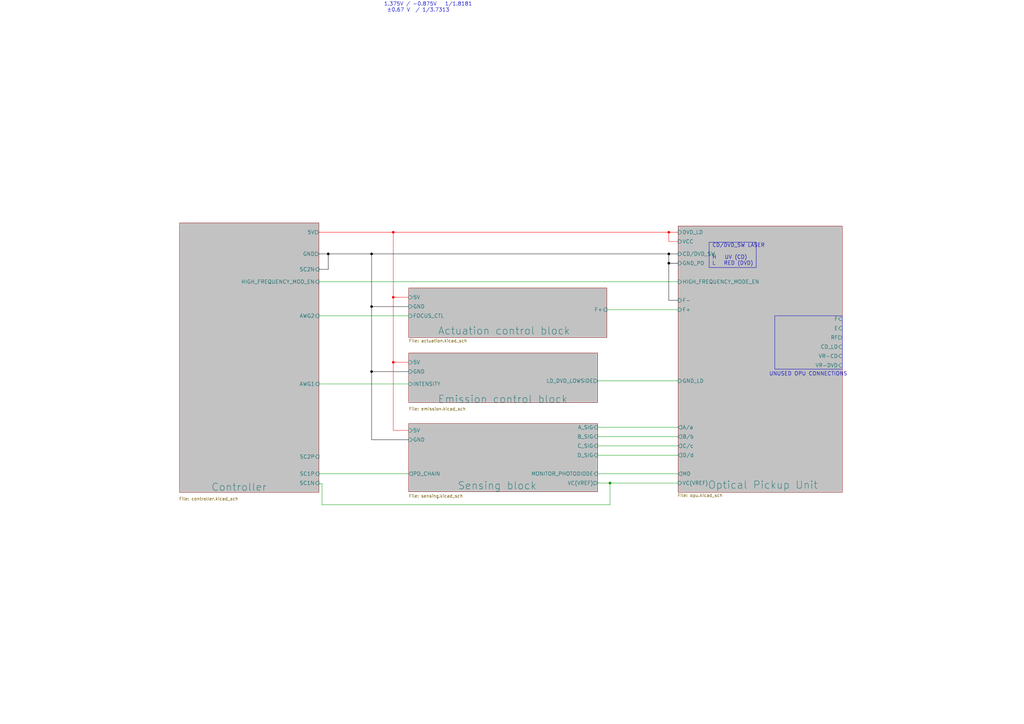
<source format=kicad_sch>
(kicad_sch
	(version 20231120)
	(generator "eeschema")
	(generator_version "8.0")
	(uuid "052f44d0-356a-4774-847b-27558aa4429e")
	(paper "A3")
	(lib_symbols)
	(junction
		(at 161.29 148.59)
		(diameter 0)
		(color 255 0 0 1)
		(uuid "27ef2275-25f6-48dc-bda2-a367122f9f1c")
	)
	(junction
		(at 152.4 125.73)
		(diameter 0)
		(color 0 0 0 1)
		(uuid "389f0b3b-83dd-41d3-81a1-16e02f6d12d4")
	)
	(junction
		(at 161.29 95.25)
		(diameter 0)
		(color 255 0 0 1)
		(uuid "458de5c0-28a8-4403-ad19-6b90d6f10a86")
	)
	(junction
		(at 274.32 104.14)
		(diameter 0)
		(color 0 0 0 1)
		(uuid "49f2948f-4449-41f7-87e2-e00ace8660dc")
	)
	(junction
		(at 161.29 121.92)
		(diameter 0)
		(color 255 0 0 1)
		(uuid "66b5b272-101f-4a5c-b85d-ba1d3da7fc76")
	)
	(junction
		(at 152.4 104.14)
		(diameter 0)
		(color 0 0 0 1)
		(uuid "6a295334-9a6c-4098-b0b1-acb3b71341fb")
	)
	(junction
		(at 134.62 104.14)
		(diameter 0)
		(color 0 0 0 1)
		(uuid "8ed5c8a3-45b8-42a7-b51b-743212e91ba0")
	)
	(junction
		(at 250.19 198.12)
		(diameter 0)
		(color 0 0 0 0)
		(uuid "92037ec1-0c07-4ee2-b4fc-ef22adc7591e")
	)
	(junction
		(at 274.32 95.25)
		(diameter 0)
		(color 255 0 0 1)
		(uuid "beffa938-ea96-4eba-bd43-2ec8e3383d93")
	)
	(junction
		(at 152.4 152.4)
		(diameter 0)
		(color 0 0 0 1)
		(uuid "de716c4a-1323-47e5-8504-ab9bc13df415")
	)
	(junction
		(at 274.32 107.95)
		(diameter 0)
		(color 0 0 0 1)
		(uuid "ff7c698c-151e-4b2f-92a5-7310d03233ec")
	)
	(wire
		(pts
			(xy 130.81 95.25) (xy 161.29 95.25)
		)
		(stroke
			(width 0)
			(type default)
			(color 255 0 0 1)
		)
		(uuid "03557bc2-c4c8-4ff0-bded-e139c0efb6b3")
	)
	(wire
		(pts
			(xy 130.81 198.374) (xy 130.81 198.12)
		)
		(stroke
			(width 0)
			(type default)
		)
		(uuid "081c3582-0281-4115-8332-71b5bae104c6")
	)
	(wire
		(pts
			(xy 245.11 194.31) (xy 278.13 194.31)
		)
		(stroke
			(width 0)
			(type default)
		)
		(uuid "0947a480-05bf-4e65-9835-1f86ff1b9c9d")
	)
	(wire
		(pts
			(xy 274.32 99.06) (xy 274.32 95.25)
		)
		(stroke
			(width 0)
			(type default)
			(color 255 0 0 1)
		)
		(uuid "09a8e022-ab3b-4464-bb05-11ea1abc71f7")
	)
	(wire
		(pts
			(xy 152.4 104.14) (xy 152.4 125.73)
		)
		(stroke
			(width 0)
			(type default)
			(color 0 0 0 1)
		)
		(uuid "09cf6123-e2bf-4a27-92cb-26b5267530ad")
	)
	(wire
		(pts
			(xy 167.64 176.53) (xy 161.29 176.53)
		)
		(stroke
			(width 0)
			(type default)
			(color 255 0 0 1)
		)
		(uuid "1246d6df-6ee2-48c5-ace9-891b86450947")
	)
	(wire
		(pts
			(xy 245.11 186.69) (xy 278.13 186.69)
		)
		(stroke
			(width 0)
			(type default)
		)
		(uuid "1258f726-8bc6-46e2-9fe0-74afa6640207")
	)
	(wire
		(pts
			(xy 130.81 198.374) (xy 132.08 198.374)
		)
		(stroke
			(width 0)
			(type default)
		)
		(uuid "128c6d82-8c54-4ecd-86dd-eaecee54bdf2")
	)
	(wire
		(pts
			(xy 278.13 123.19) (xy 274.32 123.19)
		)
		(stroke
			(width 0)
			(type default)
			(color 0 0 0 1)
		)
		(uuid "13d8f495-4857-4238-92c9-e0a37111ef37")
	)
	(wire
		(pts
			(xy 274.32 104.14) (xy 278.13 104.14)
		)
		(stroke
			(width 0)
			(type default)
			(color 0 0 0 1)
		)
		(uuid "15406551-ffca-4f25-a835-4205f77a30d3")
	)
	(wire
		(pts
			(xy 245.11 179.07) (xy 278.13 179.07)
		)
		(stroke
			(width 0)
			(type default)
		)
		(uuid "227b4e21-3981-4883-97b7-4c938c310339")
	)
	(wire
		(pts
			(xy 245.11 156.21) (xy 278.13 156.21)
		)
		(stroke
			(width 0)
			(type default)
		)
		(uuid "261c062d-a2f2-437d-8fa2-ff7dfe23530c")
	)
	(wire
		(pts
			(xy 152.4 125.73) (xy 167.64 125.73)
		)
		(stroke
			(width 0)
			(type default)
			(color 0 0 0 1)
		)
		(uuid "2e8438ee-2960-4b51-9ffe-1a95a43dbea6")
	)
	(wire
		(pts
			(xy 130.81 104.14) (xy 134.62 104.14)
		)
		(stroke
			(width 0)
			(type default)
			(color 0 0 0 1)
		)
		(uuid "31832781-ba86-4885-85f5-d58e205b5c64")
	)
	(wire
		(pts
			(xy 250.19 207.01) (xy 250.19 198.12)
		)
		(stroke
			(width 0)
			(type default)
		)
		(uuid "3b149daf-7ef0-4e5f-834f-641696e191e8")
	)
	(wire
		(pts
			(xy 167.64 180.34) (xy 152.4 180.34)
		)
		(stroke
			(width 0)
			(type default)
			(color 0 0 0 1)
		)
		(uuid "3e6f2e2e-2e1a-48a3-9381-64e0ce542a2e")
	)
	(wire
		(pts
			(xy 245.11 175.26) (xy 278.13 175.26)
		)
		(stroke
			(width 0)
			(type default)
		)
		(uuid "49c4d8ad-a994-461d-8aed-bf4a980b4bc2")
	)
	(wire
		(pts
			(xy 161.29 148.59) (xy 167.64 148.59)
		)
		(stroke
			(width 0)
			(type default)
			(color 255 0 0 1)
		)
		(uuid "4a35309c-c5b6-4667-9b26-ceca79d9433e")
	)
	(wire
		(pts
			(xy 152.4 125.73) (xy 152.4 152.4)
		)
		(stroke
			(width 0)
			(type default)
			(color 0 0 0 1)
		)
		(uuid "5155ca2f-457a-4285-98b6-73a320f8bdc9")
	)
	(wire
		(pts
			(xy 130.81 157.48) (xy 167.64 157.48)
		)
		(stroke
			(width 0)
			(type default)
		)
		(uuid "593d886b-f471-4476-84f0-ff311cb53c72")
	)
	(wire
		(pts
			(xy 161.29 121.92) (xy 161.29 148.59)
		)
		(stroke
			(width 0)
			(type default)
			(color 255 0 0 1)
		)
		(uuid "74d5d880-c352-4dbf-ab64-f53aae42b02c")
	)
	(wire
		(pts
			(xy 161.29 95.25) (xy 161.29 121.92)
		)
		(stroke
			(width 0)
			(type default)
			(color 255 0 0 1)
		)
		(uuid "7ae47d92-fa55-40de-8c5e-6b7a555bedb7")
	)
	(wire
		(pts
			(xy 161.29 176.53) (xy 161.29 148.59)
		)
		(stroke
			(width 0)
			(type default)
			(color 255 0 0 1)
		)
		(uuid "83d17005-4f45-4a59-ae5a-e4df0de84bea")
	)
	(wire
		(pts
			(xy 152.4 104.14) (xy 274.32 104.14)
		)
		(stroke
			(width 0)
			(type default)
			(color 0 0 0 1)
		)
		(uuid "84088294-c7a1-427c-8743-0e9909e4cb76")
	)
	(wire
		(pts
			(xy 130.81 129.54) (xy 167.64 129.54)
		)
		(stroke
			(width 0)
			(type default)
		)
		(uuid "86988cbb-4135-4a17-aec9-55abea522c9c")
	)
	(wire
		(pts
			(xy 161.29 121.92) (xy 167.64 121.92)
		)
		(stroke
			(width 0)
			(type default)
			(color 255 0 0 1)
		)
		(uuid "93b8e5ed-521a-4c64-b1e7-59a9132bcb67")
	)
	(wire
		(pts
			(xy 130.81 110.49) (xy 134.62 110.49)
		)
		(stroke
			(width 0)
			(type default)
			(color 0 0 0 1)
		)
		(uuid "972923af-83fc-470a-9e6a-81bba465c9b1")
	)
	(wire
		(pts
			(xy 274.32 104.14) (xy 274.32 107.95)
		)
		(stroke
			(width 0)
			(type default)
			(color 0 0 0 1)
		)
		(uuid "9a027ea5-d5bd-42c2-9bef-51403ee7b51c")
	)
	(wire
		(pts
			(xy 167.64 152.4) (xy 152.4 152.4)
		)
		(stroke
			(width 0)
			(type default)
			(color 0 0 0 1)
		)
		(uuid "9db6b9a7-0c06-49f5-9c13-098e1383bf61")
	)
	(wire
		(pts
			(xy 130.81 115.57) (xy 278.13 115.57)
		)
		(stroke
			(width 0)
			(type default)
		)
		(uuid "ad169a0f-17f4-4ac5-bb91-a58f3579ffa8")
	)
	(wire
		(pts
			(xy 278.13 99.06) (xy 274.32 99.06)
		)
		(stroke
			(width 0)
			(type default)
			(color 255 0 0 1)
		)
		(uuid "afb09ad6-9d69-4cc3-b1e2-293cec758331")
	)
	(wire
		(pts
			(xy 278.13 107.95) (xy 274.32 107.95)
		)
		(stroke
			(width 0)
			(type default)
			(color 0 0 0 1)
		)
		(uuid "b11ebf04-8c8c-441c-9633-2f1cb3267745")
	)
	(wire
		(pts
			(xy 134.62 110.49) (xy 134.62 104.14)
		)
		(stroke
			(width 0)
			(type default)
			(color 0 0 0 1)
		)
		(uuid "b25b4dac-a91d-4863-87fa-a0cbe2b911b7")
	)
	(wire
		(pts
			(xy 274.32 107.95) (xy 274.32 123.19)
		)
		(stroke
			(width 0)
			(type default)
			(color 0 0 0 1)
		)
		(uuid "b3d428f8-b427-4a61-a2c1-523b2371185f")
	)
	(wire
		(pts
			(xy 161.29 95.25) (xy 274.32 95.25)
		)
		(stroke
			(width 0)
			(type default)
			(color 255 0 0 1)
		)
		(uuid "b41686bb-c47a-4cdc-a60f-9d70f58ec9ec")
	)
	(wire
		(pts
			(xy 132.08 198.374) (xy 132.08 207.01)
		)
		(stroke
			(width 0)
			(type default)
		)
		(uuid "c50913d9-15a7-452a-9b80-0d0ee0c82b68")
	)
	(wire
		(pts
			(xy 245.11 198.12) (xy 250.19 198.12)
		)
		(stroke
			(width 0)
			(type default)
		)
		(uuid "c5c543d1-a323-4213-a619-26afb73f9295")
	)
	(wire
		(pts
			(xy 245.11 182.88) (xy 278.13 182.88)
		)
		(stroke
			(width 0)
			(type default)
		)
		(uuid "d2c8ef48-b50c-4631-a42f-5fbaefd9bba4")
	)
	(wire
		(pts
			(xy 248.92 127) (xy 278.13 127)
		)
		(stroke
			(width 0)
			(type default)
		)
		(uuid "d7edbeef-2568-41ca-a6c7-251941e6e1de")
	)
	(wire
		(pts
			(xy 152.4 180.34) (xy 152.4 152.4)
		)
		(stroke
			(width 0)
			(type default)
			(color 0 0 0 1)
		)
		(uuid "d9344be1-d1b9-4761-8469-f1382825f04e")
	)
	(wire
		(pts
			(xy 130.81 194.31) (xy 167.64 194.31)
		)
		(stroke
			(width 0)
			(type default)
		)
		(uuid "e4678a38-d751-4311-b6a5-419b5c12864e")
	)
	(wire
		(pts
			(xy 132.08 207.01) (xy 250.19 207.01)
		)
		(stroke
			(width 0)
			(type default)
		)
		(uuid "f02dfe90-fc54-43d0-ac36-95ae83baff03")
	)
	(wire
		(pts
			(xy 134.62 104.14) (xy 152.4 104.14)
		)
		(stroke
			(width 0)
			(type default)
			(color 0 0 0 1)
		)
		(uuid "f520fb35-014f-4d83-9f4a-e399c44c4749")
	)
	(wire
		(pts
			(xy 274.32 95.25) (xy 278.13 95.25)
		)
		(stroke
			(width 0)
			(type default)
			(color 255 0 0 1)
		)
		(uuid "f6f53ff1-11e1-477e-9481-0ae192ac0cee")
	)
	(wire
		(pts
			(xy 250.19 198.12) (xy 278.13 198.12)
		)
		(stroke
			(width 0)
			(type default)
		)
		(uuid "fa131a0a-1c7d-41aa-801d-6afc452daa96")
	)
	(rectangle
		(start 290.83 99.314)
		(end 310.134 109.728)
		(stroke
			(width 0)
			(type default)
		)
		(fill
			(type none)
		)
		(uuid 0ed669a5-3cdc-4018-ade8-eb7cde952292)
	)
	(rectangle
		(start 317.754 129.54)
		(end 345.44 151.384)
		(stroke
			(width 0)
			(type default)
		)
		(fill
			(type none)
		)
		(uuid 93b6440b-0157-4f4d-ab4f-cefb56743ca1)
	)
	(text "1.375V / -0.875V   1/1.8181\n ±0.67 V  / 1/3.7313"
		(exclude_from_sim no)
		(at 157.48 5.08 0)
		(effects
			(font
				(size 1.524 1.524)
			)
			(justify left bottom)
		)
		(uuid "10fcbbe2-49a7-4da8-bcab-02a3baba9a37")
	)
	(text "Focus: +1.1 mm / -0.7 mm\n0.80 mm/V (positiv = aproach disk)\n\nTracking: ±0.4 mm\n0.60 mm/V (positv = periphery  of disk)\n\nImax 220 mA"
		(exclude_from_sim no)
		(at 158.75 -6.35 0)
		(effects
			(font
				(size 1.016 1.016)
			)
			(justify left bottom)
		)
		(uuid "50461b2b-26f8-40d9-b73d-e3b1082c79d8")
	)
	(text "UNUSED OPU CONNECTIONS"
		(exclude_from_sim no)
		(at 331.47 153.416 0)
		(effects
			(font
				(size 1.524 1.524)
			)
		)
		(uuid "808cebc4-9f5c-4c39-b798-bab8d1a8b66f")
	)
	(text "CD/DVD_SW LASER\n\nH   UV (CD)\nL   RED (DVD)\n"
		(exclude_from_sim no)
		(at 292.1 108.966 0)
		(effects
			(font
				(size 1.524 1.524)
			)
			(justify left bottom)
		)
		(uuid "b7234edd-59a4-4e57-a0c2-9477e95fd077")
	)
	(sheet
		(at 73.66 91.44)
		(size 57.15 110.49)
		(stroke
			(width 0.1524)
			(type solid)
		)
		(fill
			(color 194 194 194 1.0000)
		)
		(uuid "2cc208c2-9940-4a2a-a638-252d6a9564eb")
		(property "Sheetname" "Controller"
			(at 86.614 201.549 0)
			(effects
				(font
					(size 3.048 3.048)
				)
				(justify left bottom)
			)
		)
		(property "Sheetfile" "controller.kicad_sch"
			(at 73.406 203.835 0)
			(effects
				(font
					(size 1.27 1.27)
				)
				(justify left top)
			)
		)
		(pin "AWG1" input
			(at 130.81 157.48 0)
			(effects
				(font
					(size 1.524 1.524)
				)
				(justify right)
			)
			(uuid "7851afd5-e8d7-427f-9757-d4389b0bf758")
		)
		(pin "GND" output
			(at 130.81 104.14 0)
			(effects
				(font
					(size 1.524 1.524)
				)
				(justify right)
			)
			(uuid "c6d29e60-ae01-4827-8b9a-84c83dd19add")
		)
		(pin "SC1P" input
			(at 130.81 194.31 0)
			(effects
				(font
					(size 1.524 1.524)
				)
				(justify right)
			)
			(uuid "4f202f41-3f48-4aa3-9e80-cb360eb54328")
		)
		(pin "SC2P" input
			(at 130.81 187.325 0)
			(effects
				(font
					(size 1.524 1.524)
				)
				(justify right)
			)
			(uuid "6ef4a694-a771-4de6-8a34-55e8e198da06")
		)
		(pin "AWG2" input
			(at 130.81 129.54 0)
			(effects
				(font
					(size 1.524 1.524)
				)
				(justify right)
			)
			(uuid "efb9a2cb-cde0-41e8-a5db-7cd9c2960106")
		)
		(pin "SC1N" input
			(at 130.81 198.12 0)
			(effects
				(font
					(size 1.524 1.524)
				)
				(justify right)
			)
			(uuid "bf040658-de31-4042-9098-7f4ed3a6ba70")
		)
		(pin "SC2N" input
			(at 130.81 110.49 0)
			(effects
				(font
					(size 1.524 1.524)
				)
				(justify right)
			)
			(uuid "5f56f96c-e6c9-4e55-b025-b898f2e3f084")
		)
		(pin "5V" output
			(at 130.81 95.25 0)
			(effects
				(font
					(size 1.524 1.524)
				)
				(justify right)
			)
			(uuid "3f34a270-f945-4d40-af21-124626a680f8")
		)
		(pin "HIGH_FREQUENCY_MOD_EN" input
			(at 130.81 115.57 0)
			(effects
				(font
					(size 1.524 1.524)
				)
				(justify right)
			)
			(uuid "26337c14-7c5d-4023-9c40-45a0b40e4f77")
		)
		(instances
			(project "DVDLaserScanner"
				(path "/052f44d0-356a-4774-847b-27558aa4429e"
					(page "4")
				)
			)
		)
	)
	(sheet
		(at 278.13 92.71)
		(size 67.31 109.22)
		(stroke
			(width 0.1524)
			(type solid)
		)
		(fill
			(color 194 194 194 1.0000)
		)
		(uuid "441f4cb6-fbcc-4f11-b3b3-1ad3951f46a3")
		(property "Sheetname" "Optical Pickup Unit"
			(at 290.322 200.66 0)
			(effects
				(font
					(size 3.048 3.048)
				)
				(justify left bottom)
			)
		)
		(property "Sheetfile" "opu.kicad_sch"
			(at 277.876 202.438 0)
			(effects
				(font
					(size 1.27 1.27)
				)
				(justify left top)
			)
		)
		(pin "A{slash}a" output
			(at 278.13 175.26 180)
			(effects
				(font
					(size 1.524 1.524)
				)
				(justify left)
			)
			(uuid "08cfff69-6d58-46fb-9328-2f889a13f45f")
		)
		(pin "C{slash}c" output
			(at 278.13 182.88 180)
			(effects
				(font
					(size 1.524 1.524)
				)
				(justify left)
			)
			(uuid "1fea8f8d-2a60-4894-9395-03e7b14297e9")
		)
		(pin "D{slash}d" output
			(at 278.13 186.69 180)
			(effects
				(font
					(size 1.524 1.524)
				)
				(justify left)
			)
			(uuid "6d7a7ee9-4c28-4c0e-8c80-7fe8cc7c5c2f")
		)
		(pin "B{slash}b" output
			(at 278.13 179.07 180)
			(effects
				(font
					(size 1.524 1.524)
				)
				(justify left)
			)
			(uuid "500d3ad2-b284-481e-ab1c-e50f7885223b")
		)
		(pin "RF" output
			(at 345.44 138.43 0)
			(effects
				(font
					(size 1.524 1.524)
				)
				(justify right)
			)
			(uuid "46dd16e0-ad48-4d0d-99dd-bab864e8f129")
		)
		(pin "MD" output
			(at 278.13 194.31 180)
			(effects
				(font
					(size 1.524 1.524)
				)
				(justify left)
			)
			(uuid "efde5506-d5ab-4053-998f-a706cca76403")
		)
		(pin "VC(VREF)" input
			(at 278.13 198.12 180)
			(effects
				(font
					(size 1.524 1.524)
				)
				(justify left)
			)
			(uuid "8ad25eac-09c3-4e65-b0c9-500041823141")
		)
		(pin "DVD_LD" input
			(at 278.13 95.25 180)
			(effects
				(font
					(size 1.524 1.524)
				)
				(justify left)
			)
			(uuid "b340d1b1-e670-40db-9d19-b2b307e7a09d")
		)
		(pin "CD{slash}DVD_SW" input
			(at 278.13 104.14 180)
			(effects
				(font
					(size 1.524 1.524)
				)
				(justify left)
			)
			(uuid "50e979c9-03f6-4083-b22d-97d685572432")
		)
		(pin "VCC" input
			(at 278.13 99.06 180)
			(effects
				(font
					(size 1.524 1.524)
				)
				(justify left)
			)
			(uuid "afe4c9c8-cfc3-4a49-b81b-69547e34d1cf")
		)
		(pin "GND_PD" input
			(at 278.13 107.95 180)
			(effects
				(font
					(size 1.524 1.524)
				)
				(justify left)
			)
			(uuid "0e1a9357-1586-4d58-a41a-e2ffd2798ede")
		)
		(pin "GND_LD" input
			(at 278.13 156.21 180)
			(effects
				(font
					(size 1.524 1.524)
				)
				(justify left)
			)
			(uuid "18753ea7-5105-41d7-99af-cc209027dc56")
		)
		(pin "F-" input
			(at 278.13 123.19 180)
			(effects
				(font
					(size 1.524 1.524)
				)
				(justify left)
			)
			(uuid "dbe14de5-69f7-4048-8cd0-845964fbc193")
		)
		(pin "F+" input
			(at 278.13 127 180)
			(effects
				(font
					(size 1.524 1.524)
				)
				(justify left)
			)
			(uuid "d087095d-baaf-4d1e-9e4f-85c826aa871e")
		)
		(pin "HIGH_FREQUENCY_MODE_EN" input
			(at 278.13 115.57 180)
			(effects
				(font
					(size 1.524 1.524)
				)
				(justify left)
			)
			(uuid "667737b7-2d2a-4c0f-ab1a-d43ea5e29566")
		)
		(pin "VR-DVD" input
			(at 345.44 149.86 0)
			(effects
				(font
					(size 1.524 1.524)
				)
				(justify right)
			)
			(uuid "aa489b0b-d7d3-4b4b-b659-9406b825dfb1")
		)
		(pin "F" input
			(at 345.44 130.81 0)
			(effects
				(font
					(size 1.524 1.524)
				)
				(justify right)
			)
			(uuid "f81b71a1-9dbd-40e0-9ce7-acc62b62bbb4")
		)
		(pin "E" input
			(at 345.44 134.62 0)
			(effects
				(font
					(size 1.524 1.524)
				)
				(justify right)
			)
			(uuid "f4bc6193-0001-43e4-922b-6ddf1bd01ef5")
		)
		(pin "VR-CD" input
			(at 345.44 146.05 0)
			(effects
				(font
					(size 1.524 1.524)
				)
				(justify right)
			)
			(uuid "184b7321-1e47-4dc0-9b79-66aef4af0631")
		)
		(pin "CD_LD" input
			(at 345.44 142.24 0)
			(effects
				(font
					(size 1.524 1.524)
				)
				(justify right)
			)
			(uuid "cb1a0d4c-e1df-46d5-bffc-88436b7a2a35")
		)
		(instances
			(project "DVDLaserScanner"
				(path "/052f44d0-356a-4774-847b-27558aa4429e"
					(page "6")
				)
			)
		)
	)
	(sheet
		(at 167.64 144.78)
		(size 77.47 20.32)
		(stroke
			(width 0.1524)
			(type solid)
		)
		(fill
			(color 194 194 194 1.0000)
		)
		(uuid "7721833c-3574-4248-84cf-0edd7cdc12ca")
		(property "Sheetname" "Emission control block"
			(at 179.578 165.481 0)
			(effects
				(font
					(size 3.048 3.048)
				)
				(justify left bottom)
			)
		)
		(property "Sheetfile" "emission.kicad_sch"
			(at 167.64 166.9546 0)
			(effects
				(font
					(size 1.27 1.27)
				)
				(justify left top)
			)
		)
		(pin "5V" input
			(at 167.64 148.59 180)
			(effects
				(font
					(size 1.524 1.524)
				)
				(justify left)
			)
			(uuid "57482161-524a-48d6-8d73-3049ef8a357f")
		)
		(pin "LD_DVD_LOWSIDE" output
			(at 245.11 156.21 0)
			(effects
				(font
					(size 1.524 1.524)
				)
				(justify right)
			)
			(uuid "d505ee68-508d-4309-8a7e-e4158441d355")
		)
		(pin "GND" input
			(at 167.64 152.4 180)
			(effects
				(font
					(size 1.524 1.524)
				)
				(justify left)
			)
			(uuid "1511cbcd-b59e-4c11-8d12-dc1d19b2038e")
		)
		(pin "INTENSITY" input
			(at 167.64 157.48 180)
			(effects
				(font
					(size 1.524 1.524)
				)
				(justify left)
			)
			(uuid "b6cd20a2-f76c-4b38-b4ac-7af8236572d7")
		)
		(instances
			(project "DVDLaserScanner"
				(path "/052f44d0-356a-4774-847b-27558aa4429e"
					(page "4")
				)
			)
		)
	)
	(sheet
		(at 167.64 173.736)
		(size 77.47 27.94)
		(stroke
			(width 0.1524)
			(type solid)
		)
		(fill
			(color 194 194 194 1.0000)
		)
		(uuid "aa42b00b-51e5-4b48-9a6c-232df2f67b24")
		(property "Sheetname" "Sensing block"
			(at 187.706 200.914 0)
			(effects
				(font
					(size 3.048 3.048)
				)
				(justify left bottom)
			)
		)
		(property "Sheetfile" "sensing.kicad_sch"
			(at 167.64 202.692 0)
			(effects
				(font
					(size 1.27 1.27)
				)
				(justify left top)
			)
		)
		(pin "B_SIG" input
			(at 245.11 179.07 0)
			(effects
				(font
					(size 1.524 1.524)
				)
				(justify right)
			)
			(uuid "87eedb92-d0e8-4179-bc0c-01e5dfd39067")
		)
		(pin "D_SIG" input
			(at 245.11 186.69 0)
			(effects
				(font
					(size 1.524 1.524)
				)
				(justify right)
			)
			(uuid "253aea15-b542-4ffd-8c91-ed853d820235")
		)
		(pin "A_SIG" input
			(at 245.11 175.26 0)
			(effects
				(font
					(size 1.524 1.524)
				)
				(justify right)
			)
			(uuid "3521d355-08cc-4546-b68d-8ec3ad7de366")
		)
		(pin "C_SIG" input
			(at 245.11 182.88 0)
			(effects
				(font
					(size 1.524 1.524)
				)
				(justify right)
			)
			(uuid "fd66a282-7bfb-46a8-85c7-eb07e4462c31")
		)
		(pin "PD_CHAIN" output
			(at 167.64 194.31 180)
			(effects
				(font
					(size 1.524 1.524)
				)
				(justify left)
			)
			(uuid "420d3fc0-c5b3-4bf3-9dff-0c8e5dfae947")
		)
		(pin "GND" input
			(at 167.64 180.34 180)
			(effects
				(font
					(size 1.524 1.524)
				)
				(justify left)
			)
			(uuid "4ddcb0ad-4f71-4a89-82b5-e24be906b659")
		)
		(pin "5V" input
			(at 167.64 176.53 180)
			(effects
				(font
					(size 1.524 1.524)
				)
				(justify left)
			)
			(uuid "e0b9214b-c9d0-4840-84a3-e7713eed308e")
		)
		(pin "VC(VREF)" output
			(at 245.11 198.12 0)
			(effects
				(font
					(size 1.524 1.524)
				)
				(justify right)
			)
			(uuid "c55d43cb-92b8-4637-bd6f-6b2f75896af5")
		)
		(pin "MONITOR_PHOTODIODE" input
			(at 245.11 194.31 0)
			(effects
				(font
					(size 1.524 1.524)
				)
				(justify right)
			)
			(uuid "f909c331-93e3-4dd4-802e-841d1e6d0354")
		)
		(instances
			(project "DVDLaserScanner"
				(path "/052f44d0-356a-4774-847b-27558aa4429e"
					(page "4")
				)
			)
		)
	)
	(sheet
		(at 167.64 118.11)
		(size 81.28 20.32)
		(stroke
			(width 0.1524)
			(type solid)
		)
		(fill
			(color 194 194 194 1.0000)
		)
		(uuid "e0f949d5-2ade-4b83-a169-ff0e7cb62808")
		(property "Sheetname" "Actuation control block"
			(at 179.578 137.414 0)
			(effects
				(font
					(size 3.048 3.048)
				)
				(justify left bottom)
			)
		)
		(property "Sheetfile" "actuation.kicad_sch"
			(at 167.64 139.0146 0)
			(effects
				(font
					(size 1.27 1.27)
				)
				(justify left top)
			)
		)
		(pin "5V" input
			(at 167.64 121.92 180)
			(effects
				(font
					(size 1.524 1.524)
				)
				(justify left)
			)
			(uuid "1f4e58d1-7a76-4a0b-ac3a-80e8cb0fabff")
		)
		(pin "F+" input
			(at 248.92 127 0)
			(effects
				(font
					(size 1.524 1.524)
				)
				(justify right)
			)
			(uuid "265c6ce2-6381-4281-8905-2531bd3dec1c")
		)
		(pin "FOCUS_CTL" input
			(at 167.64 129.54 180)
			(effects
				(font
					(size 1.524 1.524)
				)
				(justify left)
			)
			(uuid "09976512-dc9e-4d49-bbd2-7cfa8ac7206d")
		)
		(pin "GND" input
			(at 167.64 125.73 180)
			(effects
				(font
					(size 1.524 1.524)
				)
				(justify left)
			)
			(uuid "1e399f33-aabb-4ddf-9820-bf58d14eb6bf")
		)
		(instances
			(project "DVDLaserScanner"
				(path "/052f44d0-356a-4774-847b-27558aa4429e"
					(page "5")
				)
			)
		)
	)
	(sheet_instances
		(path "/"
			(page "1")
		)
	)
)
</source>
